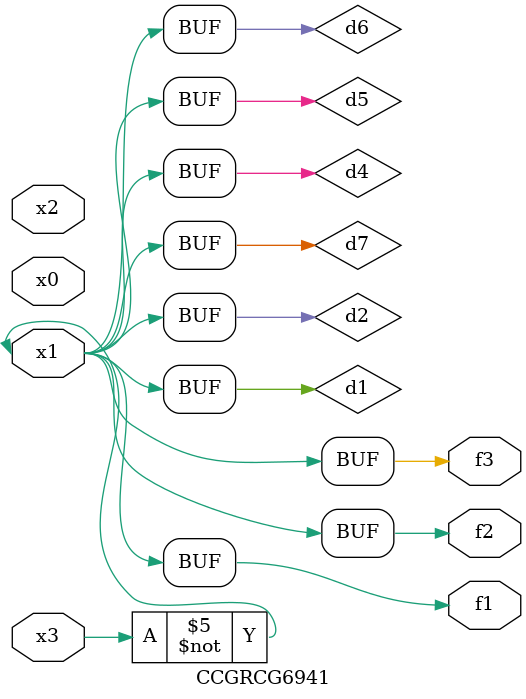
<source format=v>
module CCGRCG6941(
	input x0, x1, x2, x3,
	output f1, f2, f3
);

	wire d1, d2, d3, d4, d5, d6, d7;

	not (d1, x3);
	buf (d2, x1);
	xnor (d3, d1, d2);
	nor (d4, d1);
	buf (d5, d1, d2);
	buf (d6, d4, d5);
	nand (d7, d4);
	assign f1 = d6;
	assign f2 = d7;
	assign f3 = d6;
endmodule

</source>
